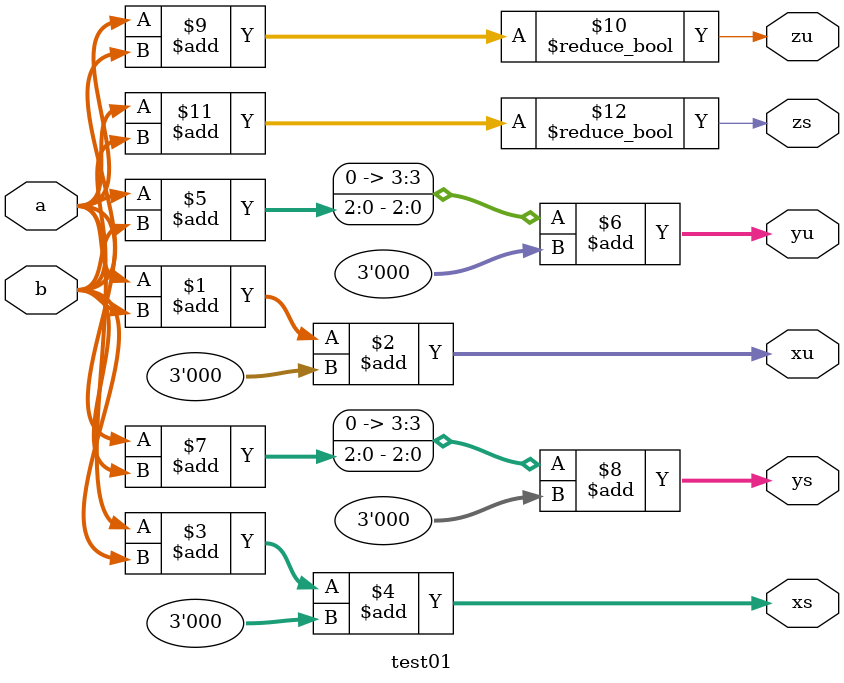
<source format=v>
module test01(a, b, xu, xs, yu, ys, zu, zs);

input signed [1:0] a;
input signed [2:0] b;
output [3:0] xu, xs;
output [3:0] yu, ys;
output zu, zs;

assign xu = (a + b) + 3'd0;
assign xs = (a + b) + 3'sd0;

assign yu = {a + b} + 3'd0;
assign ys = {a + b} + 3'sd0;

assign zu = a + b != 3'd0;
assign zs = a + b != 3'sd0;

endmodule

</source>
